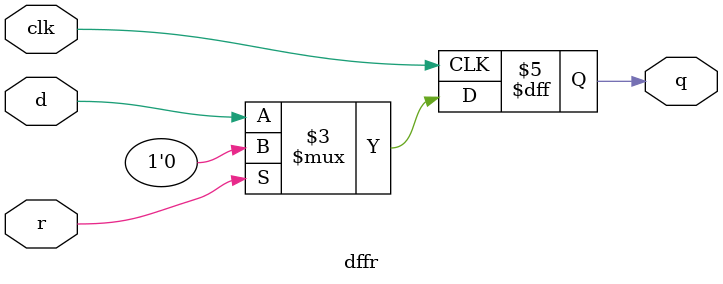
<source format=v>

module dffr #(parameter WIDTH = 1) (
    input clk,
    input r,
    input [WIDTH-1:0] d,
    output reg [WIDTH-1:0] q
);

    always @ (posedge clk) 
        if (r) 
            q <= {WIDTH{1'b0}};
        else
            q <= d;

endmodule

</source>
